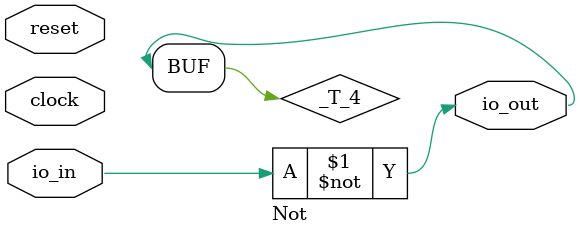
<source format=v>
`ifdef RANDOMIZE_GARBAGE_ASSIGN
`define RANDOMIZE
`endif
`ifdef RANDOMIZE_INVALID_ASSIGN
`define RANDOMIZE
`endif
`ifdef RANDOMIZE_REG_INIT
`define RANDOMIZE
`endif
`ifdef RANDOMIZE_MEM_INIT
`define RANDOMIZE
`endif

module Not(
  input   clock,
  input   reset,
  input   io_in,
  output  io_out
);
  wire  _T_4;
  assign _T_4 = ~ io_in;
  assign io_out = _T_4;
endmodule

</source>
